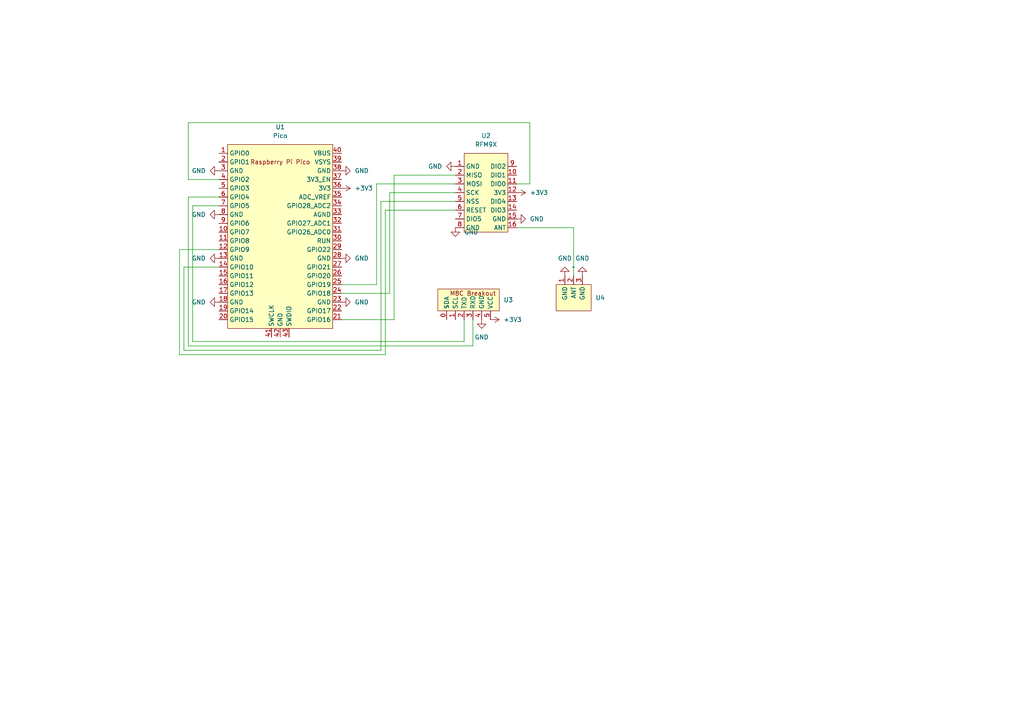
<source format=kicad_sch>
(kicad_sch (version 20230121) (generator eeschema)
  (paper "A4")
  (title_block (title "High Altitude Balloon Tracker") (company "Oxford Aerospace and Rocketry"))
  (lib_symbols
    (symbol "MCU_RaspberryPi_and_Boards:Pico"
      (property "Reference" "U" (at -13.97 27.94 0))
      (property "Value" "Pico" (at 0 19.05 0))
      (symbol "Pico_0_0"
        (text "Raspberry Pi Pico" (at 0 21.59 0) (effects (font (size 1.27 1.27))))
      )
      (symbol "Pico_0_1"
        (rectangle (start -15.24 26.67) (end 15.24 -26.67) (fill (type background)))
      )
      (symbol "Pico_1_1"
        (pin bidirectional line (at -17.78 24.13 0) (length 2.54) (name "GPIO0") (number "1"))
        (pin bidirectional line (at -17.78 1.27 0) (length 2.54) (name "GPIO7") (number "10"))
        (pin bidirectional line (at -17.78 -1.27 0) (length 2.54) (name "GPIO8") (number "11"))
        (pin bidirectional line (at -17.78 -3.81 0) (length 2.54) (name "GPIO9") (number "12"))
        (pin power_in line (at -17.78 -6.35 0) (length 2.54) (name "GND") (number "13"))
        (pin bidirectional line (at -17.78 -8.89 0) (length 2.54) (name "GPIO10") (number "14"))
        (pin bidirectional line (at -17.78 -11.43 0) (length 2.54) (name "GPIO11") (number "15"))
        (pin bidirectional line (at -17.78 -13.97 0) (length 2.54) (name "GPIO12") (number "16"))
        (pin bidirectional line (at -17.78 -16.51 0) (length 2.54) (name "GPIO13") (number "17"))
        (pin power_in line (at -17.78 -19.05 0) (length 2.54) (name "GND") (number "18"))
        (pin bidirectional line (at -17.78 -21.59 0) (length 2.54) (name "GPIO14") (number "19"))
        (pin bidirectional line (at -17.78 21.59 0) (length 2.54) (name "GPIO1") (number "2"))
        (pin bidirectional line (at -17.78 -24.13 0) (length 2.54) (name "GPIO15") (number "20"))
        (pin bidirectional line (at 17.78 -24.13 180) (length 2.54) (name "GPIO16") (number "21"))
        (pin bidirectional line (at 17.78 -21.59 180) (length 2.54) (name "GPIO17") (number "22"))
        (pin power_in line (at 17.78 -19.05 180) (length 2.54) (name "GND") (number "23"))
        (pin bidirectional line (at 17.78 -16.51 180) (length 2.54) (name "GPIO18") (number "24"))
        (pin bidirectional line (at 17.78 -13.97 180) (length 2.54) (name "GPIO19") (number "25"))
        (pin bidirectional line (at 17.78 -11.43 180) (length 2.54) (name "GPIO20") (number "26"))
        (pin bidirectional line (at 17.78 -8.89 180) (length 2.54) (name "GPIO21") (number "27"))
        (pin power_in line (at 17.78 -6.35 180) (length 2.54) (name "GND") (number "28"))
        (pin bidirectional line (at 17.78 -3.81 180) (length 2.54) (name "GPIO22") (number "29"))
        (pin power_in line (at -17.78 19.05 0) (length 2.54) (name "GND") (number "3"))
        (pin input line (at 17.78 -1.27 180) (length 2.54) (name "RUN") (number "30"))
        (pin bidirectional line (at 17.78 1.27 180) (length 2.54) (name "GPIO26_ADC0") (number "31"))
        (pin bidirectional line (at 17.78 3.81 180) (length 2.54) (name "GPIO27_ADC1") (number "32"))
        (pin power_in line (at 17.78 6.35 180) (length 2.54) (name "AGND") (number "33"))
        (pin bidirectional line (at 17.78 8.89 180) (length 2.54) (name "GPIO28_ADC2") (number "34"))
        (pin power_in line (at 17.78 11.43 180) (length 2.54) (name "ADC_VREF") (number "35"))
        (pin power_in line (at 17.78 13.97 180) (length 2.54) (name "3V3") (number "36"))
        (pin input line (at 17.78 16.51 180) (length 2.54) (name "3V3_EN") (number "37"))
        (pin bidirectional line (at 17.78 19.05 180) (length 2.54) (name "GND") (number "38"))
        (pin power_in line (at 17.78 21.59 180) (length 2.54) (name "VSYS") (number "39"))
        (pin bidirectional line (at -17.78 16.51 0) (length 2.54) (name "GPIO2") (number "4"))
        (pin power_in line (at 17.78 24.13 180) (length 2.54) (name "VBUS") (number "40"))
        (pin input line (at -2.54 -29.21 90) (length 2.54) (name "SWCLK") (number "41"))
        (pin power_in line (at 0 -29.21 90) (length 2.54) (name "GND") (number "42"))
        (pin bidirectional line (at 2.54 -29.21 90) (length 2.54) (name "SWDIO") (number "43"))
        (pin bidirectional line (at -17.78 13.97 0) (length 2.54) (name "GPIO3") (number "5"))
        (pin bidirectional line (at -17.78 11.43 0) (length 2.54) (name "GPIO4") (number "6"))
        (pin bidirectional line (at -17.78 8.89 0) (length 2.54) (name "GPIO5") (number "7"))
        (pin power_in line (at -17.78 6.35 0) (length 2.54) (name "GND") (number "8"))
        (pin bidirectional line (at -17.78 3.81 0) (length 2.54) (name "GPIO6") (number "9"))
      )
    )
    (symbol "RFM9X:Antenna"
      (property "Reference" "U" (at 0 -11.43 0))
      (symbol "Antenna_1_1"
        (rectangle (start -5.08 -5.08) (end 5.08 -12.7) (fill (type background)))
        (pin unspecified line (at -2.54 -2.54 270) (length 2.54) (name "GND") (number "1"))
        (pin unspecified line (at 0 -2.54 270) (length 2.54) (name "ANT") (number "2"))
        (pin unspecified line (at 2.54 -2.54 270) (length 2.54) (name "GND") (number "3"))
      )
    )
    (symbol "RFM9X:RFM9X"
      (property "Reference" "U" (at 0 -10.16 0))
      (property "Value" "RFM9X" (at 0 0 0))
      (symbol "RFM9X_1_1"
        (rectangle (start -6.35 1.27) (end 6.35 -21.59) (fill (type background)))
        (pin unspecified line (at -8.89 -2.54 0) (length 2.54) (name "GND") (number "1"))
        (pin unspecified line (at 8.89 -5.08 180) (length 2.54) (name "DIO1") (number "10"))
        (pin unspecified line (at 8.89 -7.62 180) (length 2.54) (name "DIO0") (number "11"))
        (pin unspecified line (at 8.89 -10.16 180) (length 2.54) (name "3V3") (number "12"))
        (pin unspecified line (at 8.89 -12.7 180) (length 2.54) (name "DIO4") (number "13"))
        (pin unspecified line (at 8.89 -15.24 180) (length 2.54) (name "DIO3") (number "14"))
        (pin unspecified line (at 8.89 -17.78 180) (length 2.54) (name "GND") (number "15"))
        (pin unspecified line (at 8.89 -20.32 180) (length 2.54) (name "ANT") (number "16"))
        (pin unspecified line (at -8.89 -5.08 0) (length 2.54) (name "MISO") (number "2"))
        (pin unspecified line (at -8.89 -7.62 0) (length 2.54) (name "MOSI") (number "3"))
        (pin unspecified line (at -8.89 -10.16 0) (length 2.54) (name "SCK") (number "4"))
        (pin unspecified line (at -8.89 -12.7 0) (length 2.54) (name "NSS") (number "5"))
        (pin unspecified line (at -8.89 -15.24 0) (length 2.54) (name "RESET") (number "6"))
        (pin unspecified line (at -8.89 -17.78 0) (length 2.54) (name "DIO5") (number "7"))
        (pin unspecified line (at -8.89 -20.32 0) (length 2.54) (name "GND") (number "8"))
        (pin unspecified line (at 8.89 -2.54 180) (length 2.54) (name "DIO2") (number "9"))
      )
    )
    (symbol "Uputronics GPS:uBLOX_MAX-M8C"
      (property "Reference" "U" (at -1.27 7.62 0))
      (symbol "uBLOX_MAX-M8C_1_1"
        (rectangle (start -2.54 8.89) (end 15.24 2.54) (fill (type background)))
        (text "M8C Breakout\n" (at 7.62 7.62 0) (effects (font (size 1.27 1.27))))
        (pin unspecified line (at 0 0 90) (length 2.54) (name "SDA") (number "0"))
        (pin unspecified line (at 2.54 0 90) (length 2.54) (name "SCL") (number "1"))
        (pin unspecified line (at 5.08 0 90) (length 2.54) (name "TXD") (number "2"))
        (pin unspecified line (at 7.62 0 90) (length 2.54) (name "RXD") (number "3"))
        (pin unspecified line (at 10.16 0 90) (length 2.54) (name "GND") (number "4"))
        (pin unspecified line (at 12.7 0 90) (length 2.54) (name "VCC") (number "5"))
      )
    )
    (symbol "power:+3V3" (power) (pin_names (offset 0))
      (property "Value" "+3V3" (at 0 3.556 0))
      (symbol "+3V3_0_1"
        (polyline (pts (xy -0.762 1.27) (xy 0 2.54)))
        (polyline (pts (xy 0 0) (xy 0 2.54)))
        (polyline (pts (xy 0 2.54) (xy 0.762 1.27)))
      )
      (symbol "+3V3_1_1"
        (pin power_in line (at 0 0 90) (length 0) hide (name "+3V3") (number "1"))
      )
    )
    (symbol "power:GND" (power) (pin_names (offset 0))
      (property "Value" "GND" (at 0 -3.81 0))
      (symbol "GND_0_1"
        (polyline (pts (xy 0 0) (xy 0 -1.27) (xy 1.27 -1.27) (xy 0 -2.54) (xy -1.27 -1.27) (xy 0 -1.27)))
      )
      (symbol "GND_1_1"
        (pin power_in line (at 0 0 270) (length 0) hide (name "GND") (number "1"))
      )
    )
  )
  (wire (pts (xy 99.06 85.09) (xy 113.03 85.09)))
  (wire (pts (xy 113.03 55.88) (xy 132.08 55.88)))
  (wire (pts (xy 54.61 35.56) (xy 54.61 52.07)))
  (wire (pts (xy 111.76 60.96) (xy 132.08 60.96)))
  (wire (pts (xy 137.16 100.33) (xy 54.61 100.33)))
  (wire (pts (xy 54.61 52.07) (xy 63.5 52.07)))
  (wire (pts (xy 114.3 50.8) (xy 132.08 50.8)))
  (wire (pts (xy 111.76 102.87) (xy 111.76 60.96)))
  (wire (pts (xy 134.62 99.06) (xy 55.88 99.06)))
  (wire (pts (xy 134.62 92.71) (xy 134.62 99.06)))
  (wire (pts (xy 99.06 82.55) (xy 109.22 82.55)))
  (wire (pts (xy 166.37 66.04) (xy 149.86 66.04)))
  (wire (pts (xy 153.67 53.34) (xy 149.86 53.34)))
  (wire (pts (xy 54.61 57.15) (xy 63.5 57.15)))
  (wire (pts (xy 55.88 59.69) (xy 63.5 59.69)))
  (wire (pts (xy 153.67 35.56) (xy 153.67 53.34)))
  (wire (pts (xy 111.76 102.87) (xy 52.07 102.87)))
  (wire (pts (xy 110.49 101.6) (xy 110.49 58.42)))
  (wire (pts (xy 52.07 102.87) (xy 52.07 72.39)))
  (wire (pts (xy 110.49 58.42) (xy 132.08 58.42)))
  (wire (pts (xy 109.22 82.55) (xy 109.22 53.34)))
  (wire (pts (xy 52.07 72.39) (xy 63.5 72.39)))
  (wire (pts (xy 114.3 92.71) (xy 114.3 50.8)))
  (wire (pts (xy 113.03 85.09) (xy 113.03 55.88)))
  (wire (pts (xy 53.34 101.6) (xy 53.34 77.47)))
  (wire (pts (xy 55.88 99.06) (xy 55.88 59.69)))
  (wire (pts (xy 99.06 92.71) (xy 114.3 92.71)))
  (wire (pts (xy 54.61 100.33) (xy 54.61 57.15)))
  (wire (pts (xy 137.16 92.71) (xy 137.16 100.33)))
  (wire (pts (xy 109.22 53.34) (xy 132.08 53.34)))
  (wire (pts (xy 110.49 101.6) (xy 53.34 101.6)))
  (wire (pts (xy 166.37 66.04) (xy 166.37 80.01)))
  (wire (pts (xy 53.34 77.47) (xy 63.5 77.47)))
  (wire (pts (xy 153.67 35.56) (xy 54.61 35.56)))
  (symbol (lib_id "RFM9X:Antenna") (at 166.37 77.47 0) (unit 1)
    (property "Reference" "U4" (at 172.72 86.36 0) (effects (justify left)))
    (property "Value" "~" (at 166.37 77.47 0))
    (property "Footprint" "RFM9X:Antenna" (effects hide))
  )
  (symbol (lib_id "power:GND") (at 63.5 87.63 270) (unit 1)
    (property "Reference" "#PWR010" (effects hide))
    (property "Value" "GND" (at 59.69 87.63 90) (effects (justify right)))
  )
  (symbol (lib_id "MCU_RaspberryPi_and_Boards:Pico") (at 81.28 68.58 0) (unit 1)
    (property "Reference" "U1" (at 81.28 36.83 0))
    (property "Value" "Pico" (at 81.28 39.37 0))
    (property "Footprint" "MCU_RaspberryPi_and_Boards:RPi_Pico_SMD_TH" (effects hide))
  )
  (symbol (lib_id "power:GND") (at 63.5 49.53 270) (unit 1)
    (property "Reference" "#PWR07" (effects hide))
    (property "Value" "GND" (at 59.69 49.53 90) (effects (justify right)))
  )
  (symbol (lib_id "power:GND") (at 99.06 87.63 90) (unit 1)
    (property "Reference" "#PWR04" (effects hide))
    (property "Value" "GND" (at 102.87 87.63 90) (effects (justify right)))
  )
  (symbol (lib_id "Uputronics GPS:uBLOX_MAX-M8C") (at 129.54 92.71 0) (unit 1)
    (property "Reference" "U3" (at 146.05 86.995 0) (effects (justify left)))
    (property "Value" "~" (at 129.54 88.9 0))
    (property "Footprint" "Uputronics GPS:M8C Pico Breakout" (effects hide))
  )
  (symbol (lib_id "power:GND") (at 163.83 80.01 180) (unit 1)
    (property "Reference" "#PWR015" (effects hide))
    (property "Value" "GND" (at 163.83 74.93 0))
  )
  (symbol (lib_id "RFM9X:RFM9X") (at 140.97 45.72 0) (unit 1)
    (property "Reference" "U2" (at 140.97 39.37 0))
    (property "Value" "RFM9X" (at 140.97 41.91 0))
    (property "Footprint" "RFM9X:RFM9X" (effects hide))
  )
  (symbol (lib_id "power:+3V3") (at 142.24 92.71 270) (unit 1)
    (property "Reference" "#PWR012" (effects hide))
    (property "Value" "+3V3" (at 146.05 92.71 90) (effects (justify left)))
  )
  (symbol (lib_id "power:GND") (at 132.08 48.26 270) (unit 1)
    (property "Reference" "#PWR014" (effects hide))
    (property "Value" "GND" (at 128.27 48.26 90) (effects (justify right)))
  )
  (symbol (lib_id "power:+3V3") (at 149.86 55.88 270) (unit 1)
    (property "Reference" "#PWR013" (effects hide))
    (property "Value" "+3V3" (at 153.67 55.88 90) (effects (justify left)))
  )
  (symbol (lib_id "power:GND") (at 63.5 62.23 270) (unit 1)
    (property "Reference" "#PWR08" (effects hide))
    (property "Value" "GND" (at 59.69 62.23 90) (effects (justify right)))
  )
  (symbol (lib_id "power:GND") (at 99.06 74.93 90) (unit 1)
    (property "Reference" "#PWR05" (effects hide))
    (property "Value" "GND" (at 102.87 74.93 90) (effects (justify right)))
  )
  (symbol (lib_id "power:GND") (at 168.91 80.01 180) (unit 1)
    (property "Reference" "#PWR016" (effects hide))
    (property "Value" "GND" (at 168.91 74.93 0))
  )
  (symbol (lib_id "power:GND") (at 99.06 49.53 90) (unit 1)
    (property "Reference" "#PWR06" (effects hide))
    (property "Value" "GND" (at 102.87 49.53 90) (effects (justify right)))
  )
  (symbol (lib_id "power:GND") (at 139.7 92.71 0) (unit 1)
    (property "Reference" "#PWR01" (effects hide))
    (property "Value" "GND" (at 139.7 97.79 0))
  )
  (symbol (lib_id "power:+3V3") (at 99.06 54.61 270) (unit 1)
    (property "Reference" "#PWR011" (effects hide))
    (property "Value" "+3V3" (at 102.87 54.61 90) (effects (justify left)))
  )
  (symbol (lib_id "power:GND") (at 63.5 74.93 270) (unit 1)
    (property "Reference" "#PWR09" (effects hide))
    (property "Value" "GND" (at 59.69 74.93 90) (effects (justify right)))
  )
  (symbol (lib_id "power:GND") (at 132.08 66.04 0) (unit 1)
    (property "Reference" "#PWR02" (effects hide))
    (property "Value" "GND" (at 134.62 67.31 0) (effects (justify left)))
  )
  (symbol (lib_id "power:GND") (at 149.86 63.5 90) (unit 1)
    (property "Reference" "#PWR03" (effects hide))
    (property "Value" "GND" (at 153.67 63.5 90) (effects (justify right)))
  )
)
</source>
